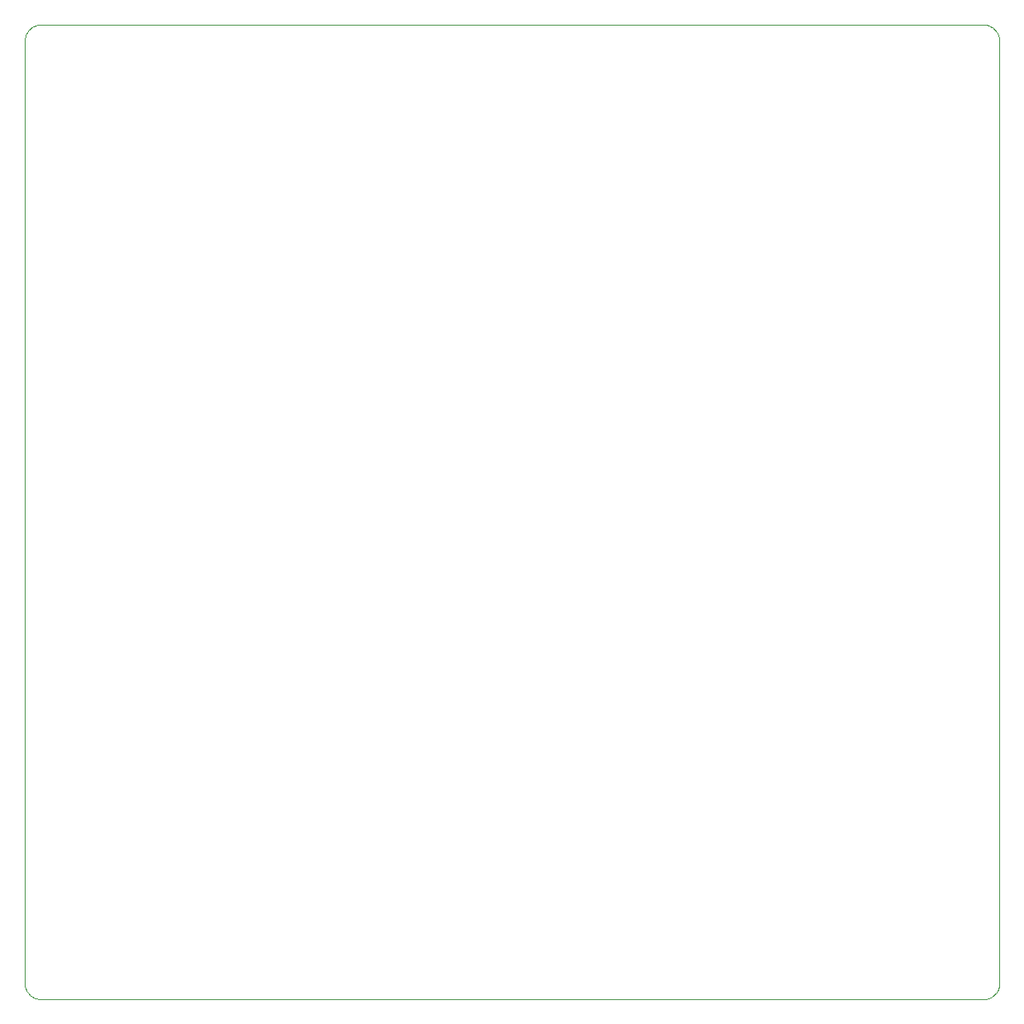
<source format=gbr>
%FSLAX23Y23*%
%MOIN*%
%SFA1B1*%

%IPPOS*%
%ADD103C,0.001000*%
%LNhumrigid1_profile-1*%
%LPD*%
G54D103*
X-1702Y-1771D02*
D01*
X-1707Y-1771*
X-1712Y-1770*
X-1716Y-1769*
X-1721Y-1768*
X-1726Y-1767*
X-1730Y-1765*
X-1734Y-1763*
X-1739Y-1760*
X-1743Y-1758*
X-1746Y-1755*
X-1750Y-1752*
X-1753Y-1748*
X-1756Y-1744*
X-1759Y-1741*
X-1762Y-1736*
X-1764Y-1732*
X-1766Y-1728*
X-1768Y-1723*
X-1769Y-1719*
X-1770Y-1714*
X-1771Y-1709*
X-1771Y-1704*
X-1771Y-1702*
X-1771Y-1702*
Y2096*
D01*
X-1771Y2101*
X-1770Y2105*
X-1770Y2110*
X-1768Y2115*
X-1767Y2119*
X-1765Y2124*
X-1763Y2128*
X-1761Y2132*
X-1758Y2136*
X-1755Y2140*
X-1752Y2144*
X-1748Y2147*
X-1745Y2150*
X-1741Y2153*
X-1737Y2156*
X-1732Y2158*
X-1728Y2160*
X-1723Y2161*
X-1719Y2163*
X-1714Y2164*
X-1709Y2164*
X-1705Y2165*
X-1702Y2165*
X2096*
D01*
X2101Y2165*
X2105Y2164*
X2110Y2163*
X2115Y2162*
X2119Y2161*
X2124Y2159*
X2128Y2157*
X2132Y2154*
X2136Y2152*
X2140Y2149*
X2144Y2145*
X2147Y2142*
X2150Y2138*
X2153Y2134*
X2156Y2130*
X2158Y2126*
X2160Y2122*
X2161Y2117*
X2163Y2113*
X2164Y2108*
X2164Y2103*
X2165Y2098*
X2165Y2096*
Y-1702*
D01*
X2165Y-1707*
X2164Y-1712*
X2163Y-1716*
X2162Y-1721*
X2161Y-1726*
X2159Y-1730*
X2157Y-1735*
X2154Y-1739*
X2152Y-1743*
X2149Y-1747*
X2145Y-1750*
X2142Y-1753*
X2138Y-1757*
X2134Y-1759*
X2130Y-1762*
X2126Y-1764*
X2122Y-1766*
X2117Y-1768*
X2113Y-1769*
X2108Y-1770*
X2103Y-1771*
X2098Y-1771*
X2096Y-1771*
X-1702Y-1771*
M02*
</source>
